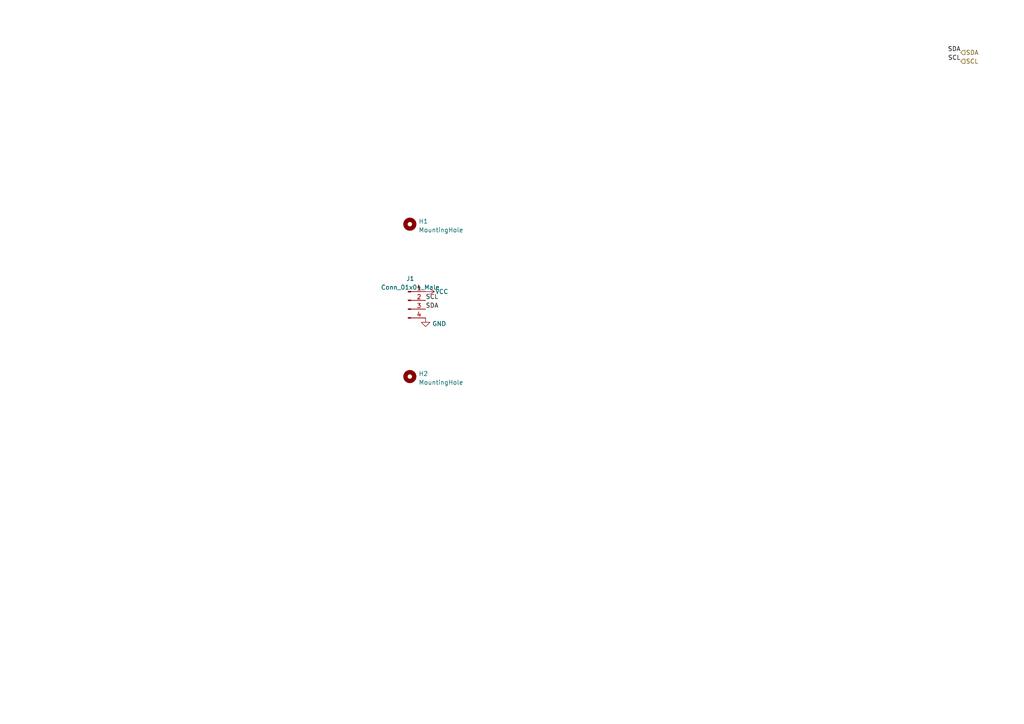
<source format=kicad_sch>
(kicad_sch
	(version 20231120)
	(generator "eeschema")
	(generator_version "8.0")
	(uuid "5a21649b-aeea-40b5-9d86-a71b7659af11")
	(paper "A4")
	(lib_symbols
		(symbol "Connector:Conn_01x04_Male"
			(pin_names
				(offset 1.016) hide)
			(exclude_from_sim no)
			(in_bom yes)
			(on_board yes)
			(property "Reference" "J"
				(at 0 5.08 0)
				(effects
					(font
						(size 1.27 1.27)
					)
				)
			)
			(property "Value" "Conn_01x04_Male"
				(at 0 -7.62 0)
				(effects
					(font
						(size 1.27 1.27)
					)
				)
			)
			(property "Footprint" ""
				(at 0 0 0)
				(effects
					(font
						(size 1.27 1.27)
					)
					(hide yes)
				)
			)
			(property "Datasheet" "~"
				(at 0 0 0)
				(effects
					(font
						(size 1.27 1.27)
					)
					(hide yes)
				)
			)
			(property "Description" "Generic connector, single row, 01x04, script generated (kicad-library-utils/schlib/autogen/connector/)"
				(at 0 0 0)
				(effects
					(font
						(size 1.27 1.27)
					)
					(hide yes)
				)
			)
			(property "ki_keywords" "connector"
				(at 0 0 0)
				(effects
					(font
						(size 1.27 1.27)
					)
					(hide yes)
				)
			)
			(property "ki_fp_filters" "Connector*:*_1x??_*"
				(at 0 0 0)
				(effects
					(font
						(size 1.27 1.27)
					)
					(hide yes)
				)
			)
			(symbol "Conn_01x04_Male_1_1"
				(polyline
					(pts
						(xy 1.27 -5.08) (xy 0.8636 -5.08)
					)
					(stroke
						(width 0.1524)
						(type default)
					)
					(fill
						(type none)
					)
				)
				(polyline
					(pts
						(xy 1.27 -2.54) (xy 0.8636 -2.54)
					)
					(stroke
						(width 0.1524)
						(type default)
					)
					(fill
						(type none)
					)
				)
				(polyline
					(pts
						(xy 1.27 0) (xy 0.8636 0)
					)
					(stroke
						(width 0.1524)
						(type default)
					)
					(fill
						(type none)
					)
				)
				(polyline
					(pts
						(xy 1.27 2.54) (xy 0.8636 2.54)
					)
					(stroke
						(width 0.1524)
						(type default)
					)
					(fill
						(type none)
					)
				)
				(rectangle
					(start 0.8636 -4.953)
					(end 0 -5.207)
					(stroke
						(width 0.1524)
						(type default)
					)
					(fill
						(type outline)
					)
				)
				(rectangle
					(start 0.8636 -2.413)
					(end 0 -2.667)
					(stroke
						(width 0.1524)
						(type default)
					)
					(fill
						(type outline)
					)
				)
				(rectangle
					(start 0.8636 0.127)
					(end 0 -0.127)
					(stroke
						(width 0.1524)
						(type default)
					)
					(fill
						(type outline)
					)
				)
				(rectangle
					(start 0.8636 2.667)
					(end 0 2.413)
					(stroke
						(width 0.1524)
						(type default)
					)
					(fill
						(type outline)
					)
				)
				(pin passive line
					(at 5.08 2.54 180)
					(length 3.81)
					(name "Pin_1"
						(effects
							(font
								(size 1.27 1.27)
							)
						)
					)
					(number "1"
						(effects
							(font
								(size 1.27 1.27)
							)
						)
					)
				)
				(pin passive line
					(at 5.08 0 180)
					(length 3.81)
					(name "Pin_2"
						(effects
							(font
								(size 1.27 1.27)
							)
						)
					)
					(number "2"
						(effects
							(font
								(size 1.27 1.27)
							)
						)
					)
				)
				(pin passive line
					(at 5.08 -2.54 180)
					(length 3.81)
					(name "Pin_3"
						(effects
							(font
								(size 1.27 1.27)
							)
						)
					)
					(number "3"
						(effects
							(font
								(size 1.27 1.27)
							)
						)
					)
				)
				(pin passive line
					(at 5.08 -5.08 180)
					(length 3.81)
					(name "Pin_4"
						(effects
							(font
								(size 1.27 1.27)
							)
						)
					)
					(number "4"
						(effects
							(font
								(size 1.27 1.27)
							)
						)
					)
				)
			)
		)
		(symbol "Mechanical:MountingHole"
			(pin_names
				(offset 1.016)
			)
			(exclude_from_sim no)
			(in_bom yes)
			(on_board yes)
			(property "Reference" "H"
				(at 0 5.08 0)
				(effects
					(font
						(size 1.27 1.27)
					)
				)
			)
			(property "Value" "MountingHole"
				(at 0 3.175 0)
				(effects
					(font
						(size 1.27 1.27)
					)
				)
			)
			(property "Footprint" ""
				(at 0 0 0)
				(effects
					(font
						(size 1.27 1.27)
					)
					(hide yes)
				)
			)
			(property "Datasheet" "~"
				(at 0 0 0)
				(effects
					(font
						(size 1.27 1.27)
					)
					(hide yes)
				)
			)
			(property "Description" "Mounting Hole without connection"
				(at 0 0 0)
				(effects
					(font
						(size 1.27 1.27)
					)
					(hide yes)
				)
			)
			(property "ki_keywords" "mounting hole"
				(at 0 0 0)
				(effects
					(font
						(size 1.27 1.27)
					)
					(hide yes)
				)
			)
			(property "ki_fp_filters" "MountingHole*"
				(at 0 0 0)
				(effects
					(font
						(size 1.27 1.27)
					)
					(hide yes)
				)
			)
			(symbol "MountingHole_0_1"
				(circle
					(center 0 0)
					(radius 1.27)
					(stroke
						(width 1.27)
						(type default)
					)
					(fill
						(type none)
					)
				)
			)
		)
		(symbol "power:GND"
			(power)
			(pin_names
				(offset 0)
			)
			(exclude_from_sim no)
			(in_bom yes)
			(on_board yes)
			(property "Reference" "#PWR"
				(at 0 -6.35 0)
				(effects
					(font
						(size 1.27 1.27)
					)
					(hide yes)
				)
			)
			(property "Value" "GND"
				(at 0 -3.81 0)
				(effects
					(font
						(size 1.27 1.27)
					)
				)
			)
			(property "Footprint" ""
				(at 0 0 0)
				(effects
					(font
						(size 1.27 1.27)
					)
					(hide yes)
				)
			)
			(property "Datasheet" ""
				(at 0 0 0)
				(effects
					(font
						(size 1.27 1.27)
					)
					(hide yes)
				)
			)
			(property "Description" "Power symbol creates a global label with name \"GND\" , ground"
				(at 0 0 0)
				(effects
					(font
						(size 1.27 1.27)
					)
					(hide yes)
				)
			)
			(property "ki_keywords" "power-flag"
				(at 0 0 0)
				(effects
					(font
						(size 1.27 1.27)
					)
					(hide yes)
				)
			)
			(symbol "GND_0_1"
				(polyline
					(pts
						(xy 0 0) (xy 0 -1.27) (xy 1.27 -1.27) (xy 0 -2.54) (xy -1.27 -1.27) (xy 0 -1.27)
					)
					(stroke
						(width 0)
						(type default)
					)
					(fill
						(type none)
					)
				)
			)
			(symbol "GND_1_1"
				(pin power_in line
					(at 0 0 270)
					(length 0) hide
					(name "GND"
						(effects
							(font
								(size 1.27 1.27)
							)
						)
					)
					(number "1"
						(effects
							(font
								(size 1.27 1.27)
							)
						)
					)
				)
			)
		)
		(symbol "power:VCC"
			(power)
			(pin_names
				(offset 0)
			)
			(exclude_from_sim no)
			(in_bom yes)
			(on_board yes)
			(property "Reference" "#PWR"
				(at 0 -3.81 0)
				(effects
					(font
						(size 1.27 1.27)
					)
					(hide yes)
				)
			)
			(property "Value" "VCC"
				(at 0 3.81 0)
				(effects
					(font
						(size 1.27 1.27)
					)
				)
			)
			(property "Footprint" ""
				(at 0 0 0)
				(effects
					(font
						(size 1.27 1.27)
					)
					(hide yes)
				)
			)
			(property "Datasheet" ""
				(at 0 0 0)
				(effects
					(font
						(size 1.27 1.27)
					)
					(hide yes)
				)
			)
			(property "Description" "Power symbol creates a global label with name \"VCC\""
				(at 0 0 0)
				(effects
					(font
						(size 1.27 1.27)
					)
					(hide yes)
				)
			)
			(property "ki_keywords" "power-flag"
				(at 0 0 0)
				(effects
					(font
						(size 1.27 1.27)
					)
					(hide yes)
				)
			)
			(symbol "VCC_0_1"
				(polyline
					(pts
						(xy -0.762 1.27) (xy 0 2.54)
					)
					(stroke
						(width 0)
						(type default)
					)
					(fill
						(type none)
					)
				)
				(polyline
					(pts
						(xy 0 0) (xy 0 2.54)
					)
					(stroke
						(width 0)
						(type default)
					)
					(fill
						(type none)
					)
				)
				(polyline
					(pts
						(xy 0 2.54) (xy 0.762 1.27)
					)
					(stroke
						(width 0)
						(type default)
					)
					(fill
						(type none)
					)
				)
			)
			(symbol "VCC_1_1"
				(pin power_in line
					(at 0 0 90)
					(length 0) hide
					(name "VCC"
						(effects
							(font
								(size 1.27 1.27)
							)
						)
					)
					(number "1"
						(effects
							(font
								(size 1.27 1.27)
							)
						)
					)
				)
			)
		)
	)
	(label "SDA"
		(at 123.444 89.662 0)
		(fields_autoplaced yes)
		(effects
			(font
				(size 1.27 1.27)
			)
			(justify left bottom)
		)
		(uuid "59adca34-9414-47ec-9ab8-c965cb360ba8")
	)
	(label "SCL"
		(at 123.444 87.122 0)
		(fields_autoplaced yes)
		(effects
			(font
				(size 1.27 1.27)
			)
			(justify left bottom)
		)
		(uuid "a2a3facc-bccf-4d64-b6ba-ed6a5a051a2a")
	)
	(label "SDA"
		(at 278.638 15.24 180)
		(fields_autoplaced yes)
		(effects
			(font
				(size 1.27 1.27)
			)
			(justify right bottom)
		)
		(uuid "a7441574-1d59-4fe7-9733-690c3afa5c8f")
	)
	(label "SCL"
		(at 278.638 17.78 180)
		(fields_autoplaced yes)
		(effects
			(font
				(size 1.27 1.27)
			)
			(justify right bottom)
		)
		(uuid "d355545b-df43-47af-877b-ab8389d180b7")
	)
	(hierarchical_label "SDA"
		(shape input)
		(at 278.638 15.24 0)
		(fields_autoplaced yes)
		(effects
			(font
				(size 1.27 1.27)
			)
			(justify left)
		)
		(uuid "8a6ce4bb-dada-4124-8578-87281f29ca54")
	)
	(hierarchical_label "SCL"
		(shape input)
		(at 278.638 17.78 0)
		(fields_autoplaced yes)
		(effects
			(font
				(size 1.27 1.27)
			)
			(justify left)
		)
		(uuid "f25c69f0-0b20-4ab4-9805-1ca0c25492c0")
	)
	(symbol
		(lib_id "power:GND")
		(at 123.444 92.202 0)
		(unit 1)
		(exclude_from_sim no)
		(in_bom yes)
		(on_board yes)
		(dnp no)
		(fields_autoplaced yes)
		(uuid "255ba1fd-90ce-488d-bce0-7f31657f37d0")
		(property "Reference" "#PWR0101"
			(at 123.444 98.552 0)
			(effects
				(font
					(size 1.27 1.27)
				)
				(hide yes)
			)
		)
		(property "Value" "GND"
			(at 125.349 93.9058 0)
			(effects
				(font
					(size 1.27 1.27)
				)
				(justify left)
			)
		)
		(property "Footprint" ""
			(at 123.444 92.202 0)
			(effects
				(font
					(size 1.27 1.27)
				)
				(hide yes)
			)
		)
		(property "Datasheet" ""
			(at 123.444 92.202 0)
			(effects
				(font
					(size 1.27 1.27)
				)
				(hide yes)
			)
		)
		(property "Description" ""
			(at 123.444 92.202 0)
			(effects
				(font
					(size 1.27 1.27)
				)
				(hide yes)
			)
		)
		(pin "1"
			(uuid "368924b8-81f0-407d-bca1-85da58a3cb6b")
		)
		(instances
			(project ""
				(path "/dfe0084c-a900-4f47-8966-915ebf3a8e75/3c0cf0fe-1230-4a73-9d8b-47e10780e7d7"
					(reference "#PWR0101")
					(unit 1)
				)
			)
		)
	)
	(symbol
		(lib_id "power:VCC")
		(at 123.444 84.582 270)
		(unit 1)
		(exclude_from_sim no)
		(in_bom yes)
		(on_board yes)
		(dnp no)
		(uuid "5c1597b9-78e3-46fa-8952-e98f95466d46")
		(property "Reference" "#PWR0102"
			(at 119.634 84.582 0)
			(effects
				(font
					(size 1.27 1.27)
				)
				(hide yes)
			)
		)
		(property "Value" "VCC"
			(at 130.048 84.582 90)
			(effects
				(font
					(size 1.27 1.27)
				)
				(justify right)
			)
		)
		(property "Footprint" ""
			(at 123.444 84.582 0)
			(effects
				(font
					(size 1.27 1.27)
				)
				(hide yes)
			)
		)
		(property "Datasheet" ""
			(at 123.444 84.582 0)
			(effects
				(font
					(size 1.27 1.27)
				)
				(hide yes)
			)
		)
		(property "Description" ""
			(at 123.444 84.582 0)
			(effects
				(font
					(size 1.27 1.27)
				)
				(hide yes)
			)
		)
		(pin "1"
			(uuid "ddead92b-6e50-4bec-b24b-81e7d24db30a")
		)
		(instances
			(project ""
				(path "/dfe0084c-a900-4f47-8966-915ebf3a8e75/3c0cf0fe-1230-4a73-9d8b-47e10780e7d7"
					(reference "#PWR0102")
					(unit 1)
				)
			)
		)
	)
	(symbol
		(lib_id "Mechanical:MountingHole")
		(at 118.872 109.22 0)
		(unit 1)
		(exclude_from_sim no)
		(in_bom yes)
		(on_board yes)
		(dnp no)
		(fields_autoplaced yes)
		(uuid "7be6dc23-20bc-40d9-a584-5dafc28e6867")
		(property "Reference" "H2"
			(at 121.412 108.3853 0)
			(effects
				(font
					(size 1.27 1.27)
				)
				(justify left)
			)
		)
		(property "Value" "MountingHole"
			(at 121.412 110.9222 0)
			(effects
				(font
					(size 1.27 1.27)
				)
				(justify left)
			)
		)
		(property "Footprint" "MountingHole:MountingHole_2.7mm"
			(at 118.872 109.22 0)
			(effects
				(font
					(size 1.27 1.27)
				)
				(hide yes)
			)
		)
		(property "Datasheet" "~"
			(at 118.872 109.22 0)
			(effects
				(font
					(size 1.27 1.27)
				)
				(hide yes)
			)
		)
		(property "Description" ""
			(at 118.872 109.22 0)
			(effects
				(font
					(size 1.27 1.27)
				)
				(hide yes)
			)
		)
		(instances
			(project ""
				(path "/dfe0084c-a900-4f47-8966-915ebf3a8e75/3c0cf0fe-1230-4a73-9d8b-47e10780e7d7"
					(reference "H2")
					(unit 1)
				)
			)
		)
	)
	(symbol
		(lib_id "Mechanical:MountingHole")
		(at 118.872 65.024 0)
		(unit 1)
		(exclude_from_sim no)
		(in_bom yes)
		(on_board yes)
		(dnp no)
		(fields_autoplaced yes)
		(uuid "a6d6d721-18d4-4fe7-946c-394670988df2")
		(property "Reference" "H1"
			(at 121.412 64.1893 0)
			(effects
				(font
					(size 1.27 1.27)
				)
				(justify left)
			)
		)
		(property "Value" "MountingHole"
			(at 121.412 66.7262 0)
			(effects
				(font
					(size 1.27 1.27)
				)
				(justify left)
			)
		)
		(property "Footprint" "MountingHole:MountingHole_2.7mm"
			(at 118.872 65.024 0)
			(effects
				(font
					(size 1.27 1.27)
				)
				(hide yes)
			)
		)
		(property "Datasheet" "~"
			(at 118.872 65.024 0)
			(effects
				(font
					(size 1.27 1.27)
				)
				(hide yes)
			)
		)
		(property "Description" ""
			(at 118.872 65.024 0)
			(effects
				(font
					(size 1.27 1.27)
				)
				(hide yes)
			)
		)
		(instances
			(project ""
				(path "/dfe0084c-a900-4f47-8966-915ebf3a8e75/3c0cf0fe-1230-4a73-9d8b-47e10780e7d7"
					(reference "H1")
					(unit 1)
				)
			)
		)
	)
	(symbol
		(lib_id "Connector:Conn_01x04_Male")
		(at 118.364 87.122 0)
		(unit 1)
		(exclude_from_sim no)
		(in_bom yes)
		(on_board yes)
		(dnp no)
		(fields_autoplaced yes)
		(uuid "f809c2a5-de1d-469d-89e4-a0c654f42183")
		(property "Reference" "J1"
			(at 118.999 80.806 0)
			(effects
				(font
					(size 1.27 1.27)
				)
			)
		)
		(property "Value" "Conn_01x04_Male"
			(at 118.999 83.3429 0)
			(effects
				(font
					(size 1.27 1.27)
				)
			)
		)
		(property "Footprint" "Connector_PinSocket_2.54mm:PinSocket_1x04_P2.54mm_Vertical"
			(at 118.364 87.122 0)
			(effects
				(font
					(size 1.27 1.27)
				)
				(hide yes)
			)
		)
		(property "Datasheet" "~"
			(at 118.364 87.122 0)
			(effects
				(font
					(size 1.27 1.27)
				)
				(hide yes)
			)
		)
		(property "Description" ""
			(at 118.364 87.122 0)
			(effects
				(font
					(size 1.27 1.27)
				)
				(hide yes)
			)
		)
		(pin "1"
			(uuid "b974d547-6140-41f9-9f59-6378eac7feb6")
		)
		(pin "2"
			(uuid "b9a0e55f-8904-4713-b51a-5c493be6c0ea")
		)
		(pin "3"
			(uuid "5579da99-1406-49e2-baea-3b84cd165c12")
		)
		(pin "4"
			(uuid "a5ceadc8-296d-4827-abb9-fb41b511636d")
		)
		(instances
			(project ""
				(path "/dfe0084c-a900-4f47-8966-915ebf3a8e75/3c0cf0fe-1230-4a73-9d8b-47e10780e7d7"
					(reference "J1")
					(unit 1)
				)
			)
		)
	)
)

</source>
